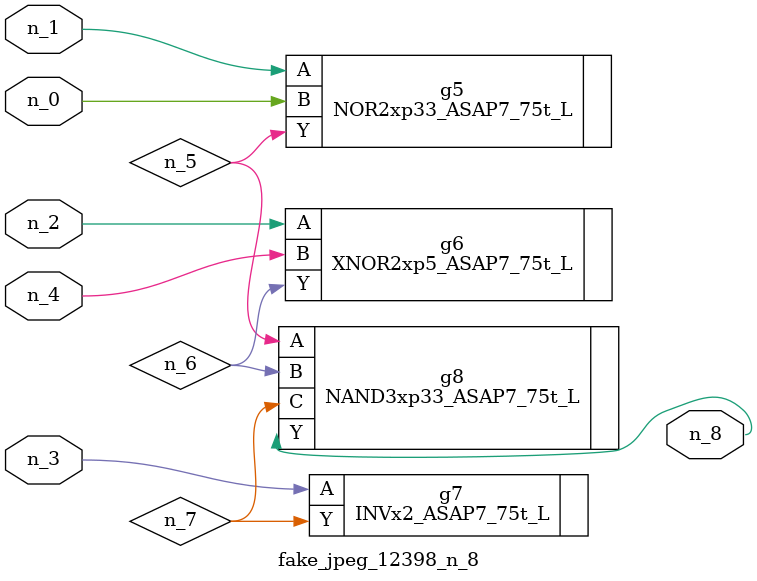
<source format=v>
module fake_jpeg_12398_n_8 (n_3, n_2, n_1, n_0, n_4, n_8);

input n_3;
input n_2;
input n_1;
input n_0;
input n_4;

output n_8;

wire n_6;
wire n_5;
wire n_7;

NOR2xp33_ASAP7_75t_L g5 ( 
.A(n_1),
.B(n_0),
.Y(n_5)
);

XNOR2xp5_ASAP7_75t_L g6 ( 
.A(n_2),
.B(n_4),
.Y(n_6)
);

INVx2_ASAP7_75t_L g7 ( 
.A(n_3),
.Y(n_7)
);

NAND3xp33_ASAP7_75t_L g8 ( 
.A(n_5),
.B(n_6),
.C(n_7),
.Y(n_8)
);


endmodule
</source>
